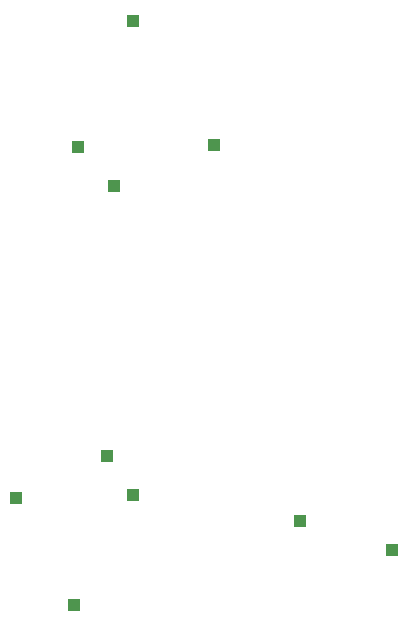
<source format=gbp>
G04*
G04 #@! TF.GenerationSoftware,Altium Limited,Altium Designer,21.6.4 (81)*
G04*
G04 Layer_Color=128*
%FSLAX44Y44*%
%MOMM*%
G71*
G04*
G04 #@! TF.SameCoordinates,3C3A1148-CEAA-43B7-A459-4803B486FB21*
G04*
G04*
G04 #@! TF.FilePolarity,Positive*
G04*
G01*
G75*
%ADD115R,1.0000X1.0000*%
%ADD116R,1.0000X1.0000*%
D115*
X214000Y420000D02*
D03*
X230000Y158000D02*
D03*
X184000Y453000D02*
D03*
X208000Y191000D02*
D03*
X372000Y136000D02*
D03*
X450000Y112000D02*
D03*
X131000Y156000D02*
D03*
X299000Y455000D02*
D03*
X180000Y65000D02*
D03*
D116*
X230000Y560000D02*
D03*
M02*

</source>
